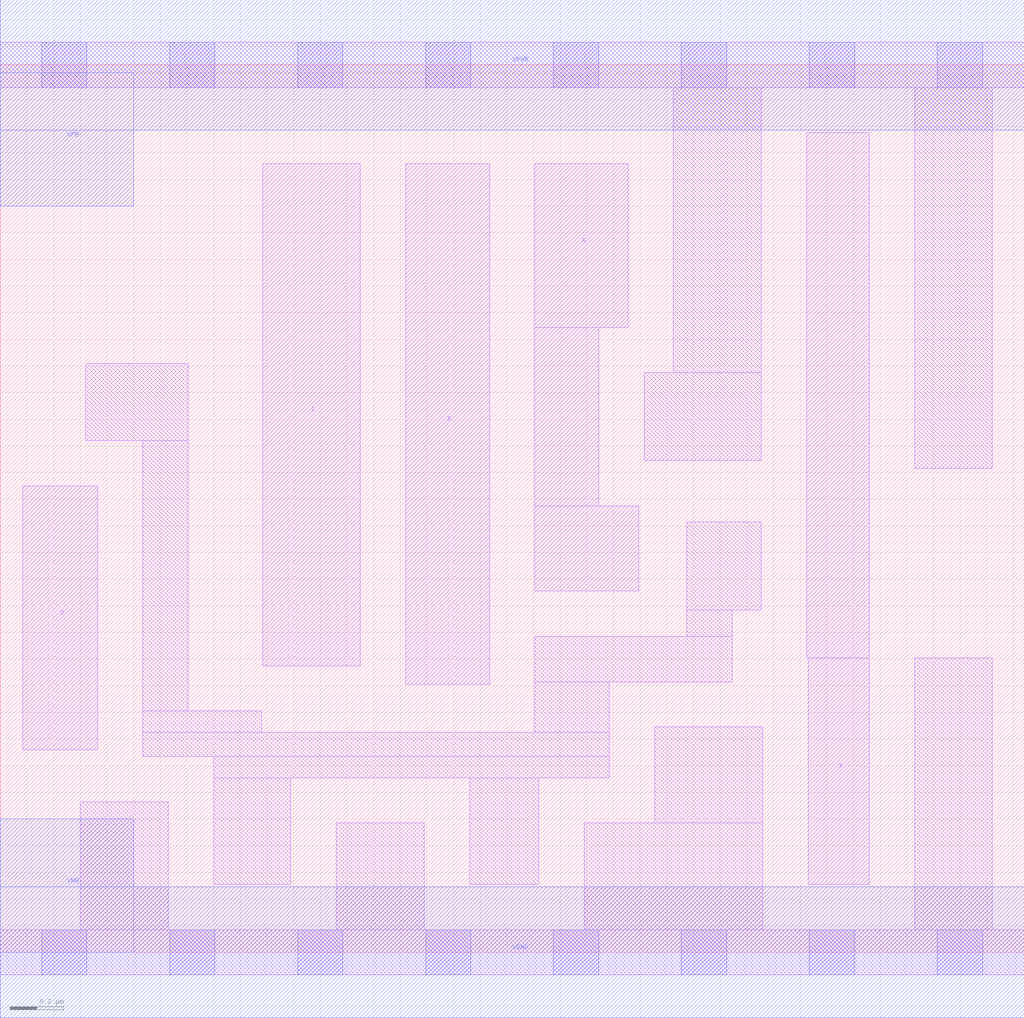
<source format=lef>
# Copyright 2020 The SkyWater PDK Authors
#
# Licensed under the Apache License, Version 2.0 (the "License");
# you may not use this file except in compliance with the License.
# You may obtain a copy of the License at
#
#     https://www.apache.org/licenses/LICENSE-2.0
#
# Unless required by applicable law or agreed to in writing, software
# distributed under the License is distributed on an "AS IS" BASIS,
# WITHOUT WARRANTIES OR CONDITIONS OF ANY KIND, either express or implied.
# See the License for the specific language governing permissions and
# limitations under the License.
#
# SPDX-License-Identifier: Apache-2.0

VERSION 5.5 ;
NAMESCASESENSITIVE ON ;
BUSBITCHARS "[]" ;
DIVIDERCHAR "/" ;
MACRO sky130_fd_sc_lp__or4_2
  CLASS CORE ;
  SOURCE USER ;
  ORIGIN  0.000000  0.000000 ;
  SIZE  3.840000 BY  3.330000 ;
  SYMMETRY X Y R90 ;
  SITE unit ;
  PIN A
    ANTENNAGATEAREA  0.126000 ;
    DIRECTION INPUT ;
    USE SIGNAL ;
    PORT
      LAYER li1 ;
        RECT 2.005000 1.355000 2.395000 1.675000 ;
        RECT 2.005000 1.675000 2.245000 2.345000 ;
        RECT 2.005000 2.345000 2.355000 2.960000 ;
    END
  END A
  PIN B
    ANTENNAGATEAREA  0.126000 ;
    DIRECTION INPUT ;
    USE SIGNAL ;
    PORT
      LAYER li1 ;
        RECT 1.520000 1.005000 1.835000 2.960000 ;
    END
  END B
  PIN C
    ANTENNAGATEAREA  0.126000 ;
    DIRECTION INPUT ;
    USE SIGNAL ;
    PORT
      LAYER li1 ;
        RECT 0.985000 1.075000 1.350000 2.960000 ;
    END
  END C
  PIN D
    ANTENNAGATEAREA  0.126000 ;
    DIRECTION INPUT ;
    USE SIGNAL ;
    PORT
      LAYER li1 ;
        RECT 0.085000 0.760000 0.365000 1.750000 ;
    END
  END D
  PIN X
    ANTENNADIFFAREA  0.594300 ;
    DIRECTION OUTPUT ;
    USE SIGNAL ;
    PORT
      LAYER li1 ;
        RECT 3.025000 1.105000 3.260000 3.075000 ;
        RECT 3.030000 0.255000 3.260000 1.105000 ;
    END
  END X
  PIN VGND
    DIRECTION INOUT ;
    USE GROUND ;
    PORT
      LAYER met1 ;
        RECT 0.000000 -0.245000 3.840000 0.245000 ;
    END
  END VGND
  PIN VNB
    DIRECTION INOUT ;
    USE GROUND ;
    PORT
      LAYER met1 ;
        RECT 0.000000 0.000000 0.500000 0.500000 ;
    END
  END VNB
  PIN VPB
    DIRECTION INOUT ;
    USE POWER ;
    PORT
      LAYER met1 ;
        RECT 0.000000 2.800000 0.500000 3.300000 ;
    END
  END VPB
  PIN VPWR
    DIRECTION INOUT ;
    USE POWER ;
    PORT
      LAYER met1 ;
        RECT 0.000000 3.085000 3.840000 3.575000 ;
    END
  END VPWR
  OBS
    LAYER li1 ;
      RECT 0.000000 -0.085000 3.840000 0.085000 ;
      RECT 0.000000  3.245000 3.840000 3.415000 ;
      RECT 0.300000  0.085000 0.630000 0.565000 ;
      RECT 0.320000  1.920000 0.705000 2.210000 ;
      RECT 0.535000  0.735000 2.285000 0.825000 ;
      RECT 0.535000  0.825000 0.980000 0.905000 ;
      RECT 0.535000  0.905000 0.705000 1.920000 ;
      RECT 0.800000  0.255000 1.090000 0.655000 ;
      RECT 0.800000  0.655000 2.285000 0.735000 ;
      RECT 1.260000  0.085000 1.590000 0.485000 ;
      RECT 1.760000  0.255000 2.020000 0.655000 ;
      RECT 2.005000  0.825000 2.285000 1.015000 ;
      RECT 2.005000  1.015000 2.745000 1.185000 ;
      RECT 2.190000  0.085000 2.860000 0.485000 ;
      RECT 2.415000  1.845000 2.855000 2.175000 ;
      RECT 2.455000  0.485000 2.860000 0.845000 ;
      RECT 2.525000  2.175000 2.855000 3.245000 ;
      RECT 2.575000  1.185000 2.745000 1.285000 ;
      RECT 2.575000  1.285000 2.855000 1.615000 ;
      RECT 3.430000  0.085000 3.720000 1.105000 ;
      RECT 3.430000  1.815000 3.720000 3.245000 ;
    LAYER mcon ;
      RECT 0.155000 -0.085000 0.325000 0.085000 ;
      RECT 0.155000  3.245000 0.325000 3.415000 ;
      RECT 0.635000 -0.085000 0.805000 0.085000 ;
      RECT 0.635000  3.245000 0.805000 3.415000 ;
      RECT 1.115000 -0.085000 1.285000 0.085000 ;
      RECT 1.115000  3.245000 1.285000 3.415000 ;
      RECT 1.595000 -0.085000 1.765000 0.085000 ;
      RECT 1.595000  3.245000 1.765000 3.415000 ;
      RECT 2.075000 -0.085000 2.245000 0.085000 ;
      RECT 2.075000  3.245000 2.245000 3.415000 ;
      RECT 2.555000 -0.085000 2.725000 0.085000 ;
      RECT 2.555000  3.245000 2.725000 3.415000 ;
      RECT 3.035000 -0.085000 3.205000 0.085000 ;
      RECT 3.035000  3.245000 3.205000 3.415000 ;
      RECT 3.515000 -0.085000 3.685000 0.085000 ;
      RECT 3.515000  3.245000 3.685000 3.415000 ;
  END
END sky130_fd_sc_lp__or4_2

</source>
